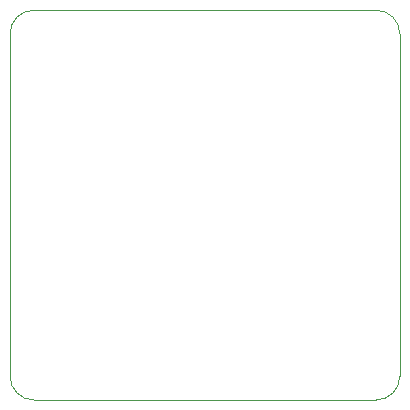
<source format=gko>
%TF.GenerationSoftware,KiCad,Pcbnew,7.0.7*%
%TF.CreationDate,2023-12-07T16:32:10+01:00*%
%TF.ProjectId,SensitiveSole,53656e73-6974-4697-9665-536f6c652e6b,1.0*%
%TF.SameCoordinates,Original*%
%TF.FileFunction,Profile,NP*%
%FSLAX46Y46*%
G04 Gerber Fmt 4.6, Leading zero omitted, Abs format (unit mm)*
G04 Created by KiCad (PCBNEW 7.0.7) date 2023-12-07 16:32:10*
%MOMM*%
%LPD*%
G01*
G04 APERTURE LIST*
%TA.AperFunction,Profile*%
%ADD10C,0.050000*%
%TD*%
G04 APERTURE END LIST*
D10*
X122000014Y-86999986D02*
X151000014Y-86999986D01*
X153000014Y-88999986D02*
X153000014Y-117999986D01*
X153000014Y-88999986D02*
G75*
G03*
X151000014Y-86999986I-2000014J-14D01*
G01*
X151000014Y-120000014D02*
G75*
G03*
X153000014Y-117999986I-14J2000014D01*
G01*
X120000014Y-88999986D02*
X120000014Y-117999986D01*
X122000014Y-87000014D02*
G75*
G03*
X120000014Y-88999986I-14J-1999986D01*
G01*
X120000014Y-117999986D02*
G75*
G03*
X122000014Y-119999986I1999986J-14D01*
G01*
X151000014Y-119999986D02*
X122000014Y-119999986D01*
M02*

</source>
